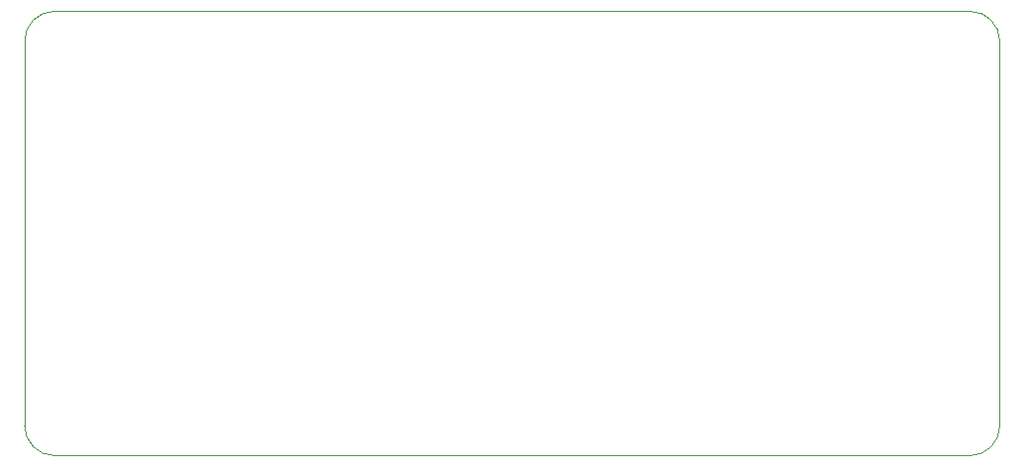
<source format=gbr>
G04 #@! TF.GenerationSoftware,KiCad,Pcbnew,5.1.5*
G04 #@! TF.CreationDate,2020-05-13T22:07:09+08:00*
G04 #@! TF.ProjectId,Balisong,42616c69-736f-46e6-972e-6b696361645f,rev?*
G04 #@! TF.SameCoordinates,Original*
G04 #@! TF.FileFunction,Profile,NP*
%FSLAX46Y46*%
G04 Gerber Fmt 4.6, Leading zero omitted, Abs format (unit mm)*
G04 Created by KiCad (PCBNEW 5.1.5) date 2020-05-13 22:07:09*
%MOMM*%
%LPD*%
G04 APERTURE LIST*
%ADD10C,0.050000*%
G04 APERTURE END LIST*
D10*
X108585000Y-53975000D02*
X30226000Y-53975000D01*
X108585000Y-53975000D02*
G75*
G02X111125000Y-56515000I0J-2540000D01*
G01*
X111125000Y-89535000D02*
G75*
G02X108585000Y-92075000I-2540000J0D01*
G01*
X30226000Y-92075000D02*
X108585000Y-92075000D01*
X27686000Y-56515000D02*
X27686000Y-89535000D01*
X27686000Y-56515000D02*
G75*
G02X30226000Y-53975000I2540000J0D01*
G01*
X30226000Y-92075000D02*
G75*
G02X27686000Y-89535000I0J2540000D01*
G01*
X111125000Y-56515000D02*
X111125000Y-89535000D01*
M02*

</source>
